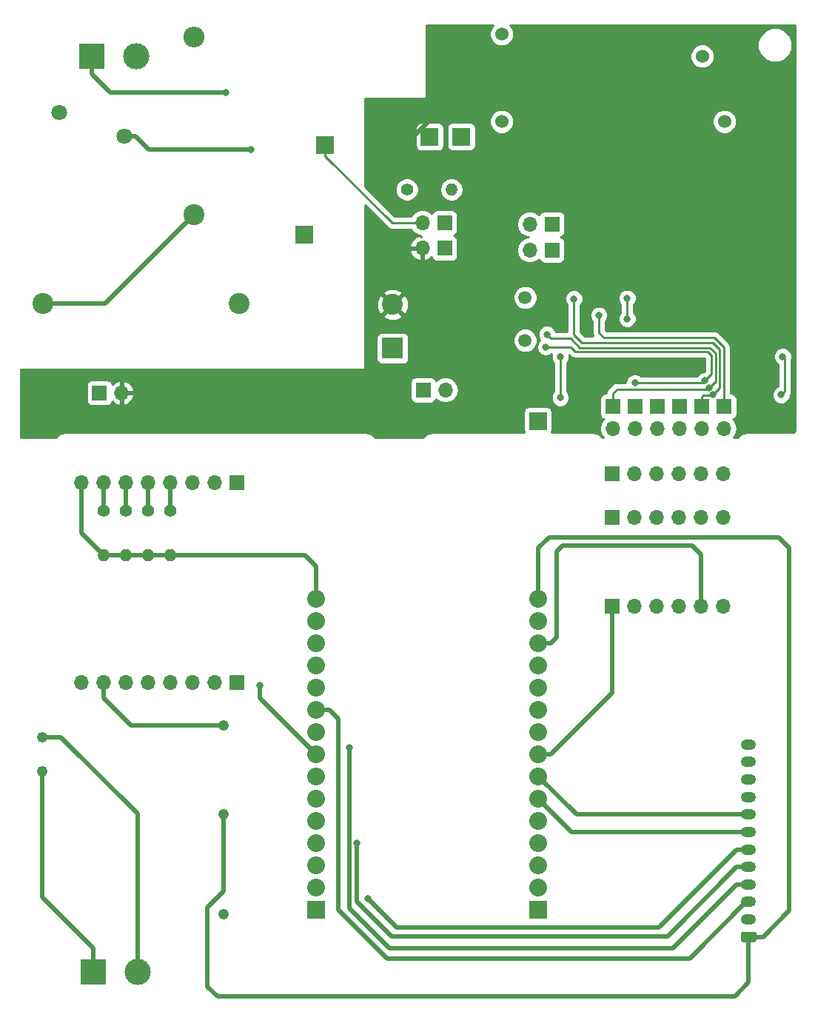
<source format=gbr>
%TF.GenerationSoftware,KiCad,Pcbnew,5.0.2-bee76a0~70~ubuntu18.04.1*%
%TF.CreationDate,2019-03-28T19:33:59+07:00*%
%TF.ProjectId,Layer1,4c617965-7231-42e6-9b69-6361645f7063,rev?*%
%TF.SameCoordinates,PXc65d40PYc65d40*%
%TF.FileFunction,Copper,L2,Bot*%
%TF.FilePolarity,Positive*%
%FSLAX46Y46*%
G04 Gerber Fmt 4.6, Leading zero omitted, Abs format (unit mm)*
G04 Created by KiCad (PCBNEW 5.0.2-bee76a0~70~ubuntu18.04.1) date Thu 28 Mar 2019 07:33:59 PM +07*
%MOMM*%
%LPD*%
G01*
G04 APERTURE LIST*
%ADD10R,1.700000X1.700000*%
%ADD11O,1.700000X1.700000*%
%ADD12R,2.000000X2.000000*%
%ADD13C,2.400000*%
%ADD14O,2.400000X2.400000*%
%ADD15C,1.524000*%
%ADD16R,2.032000X2.032000*%
%ADD17O,2.032000X2.032000*%
%ADD18C,1.210000*%
%ADD19R,2.400000X2.400000*%
%ADD20R,3.000000X3.000000*%
%ADD21C,3.000000*%
%ADD22O,1.400000X1.400000*%
%ADD23C,1.400000*%
%ADD24O,1.750000X1.200000*%
%ADD25C,0.100000*%
%ADD26C,1.200000*%
%ADD27C,1.800000*%
%ADD28C,1.500000*%
%ADD29C,0.800000*%
%ADD30C,0.254000*%
%ADD31C,0.508000*%
G04 APERTURE END LIST*
D10*
X76080000Y-44327000D03*
D11*
X76080000Y-46867000D03*
D10*
X73540000Y-44327000D03*
D11*
X73540000Y-46867000D03*
X68460000Y-46867000D03*
D10*
X68460000Y-44327000D03*
X81160000Y-44327000D03*
D11*
X81160000Y-46867000D03*
X71000000Y-46867000D03*
D10*
X71000000Y-44327000D03*
X78620000Y-44327000D03*
D11*
X78620000Y-46867000D03*
X46664600Y-26243000D03*
D10*
X49204600Y-26243000D03*
X61485500Y-23487100D03*
D11*
X58945500Y-23487100D03*
X58945500Y-26446200D03*
D10*
X61485500Y-26446200D03*
X49204600Y-23322000D03*
D11*
X46664600Y-23322000D03*
X12268200Y-42773600D03*
D10*
X9728200Y-42773600D03*
D11*
X49306200Y-42448200D03*
D10*
X46766200Y-42448200D03*
D12*
X59874800Y-45978000D03*
D13*
X20574000Y-22352000D03*
D14*
X20574000Y-2032000D03*
D10*
X68407000Y-52000000D03*
D11*
X70947000Y-52000000D03*
X73487000Y-52000000D03*
X76027000Y-52000000D03*
X78567000Y-52000000D03*
X81107000Y-52000000D03*
D15*
X55733200Y-11734400D03*
X55733200Y-1734400D03*
X81233200Y-11734400D03*
X78693200Y-4274400D03*
D16*
X59944000Y-101902000D03*
D17*
X59944000Y-99362000D03*
X59944000Y-96822000D03*
X59944000Y-94282000D03*
X59944000Y-91742000D03*
X59944000Y-89202000D03*
X59944000Y-86662000D03*
X59944000Y-84122000D03*
X59944000Y-81582000D03*
X59944000Y-79042000D03*
X59944000Y-76502000D03*
X59944000Y-73962000D03*
X59944000Y-71422000D03*
X59944000Y-68882000D03*
X59944000Y-66342000D03*
X34544000Y-89202000D03*
X34544000Y-99362000D03*
X34544000Y-86662000D03*
X34544000Y-71422000D03*
X34544000Y-96822000D03*
D16*
X34544000Y-101902000D03*
D17*
X34544000Y-68882000D03*
X34544000Y-84122000D03*
X34544000Y-73962000D03*
X34544000Y-81582000D03*
X34544000Y-76502000D03*
X34544000Y-79042000D03*
X34544000Y-94282000D03*
X34544000Y-66342000D03*
X34544000Y-91742000D03*
D18*
X3210000Y-86030000D03*
X3210000Y-82130000D03*
X23970000Y-102430000D03*
X23970000Y-91000000D03*
X23970000Y-80840000D03*
D19*
X43261000Y-37673000D03*
D13*
X43261000Y-32673000D03*
X25735000Y-32529500D03*
X3235000Y-32529500D03*
D20*
X9000000Y-109000000D03*
D21*
X14080000Y-109000000D03*
D22*
X12721500Y-61310500D03*
D23*
X12721500Y-56230500D03*
D22*
X10181500Y-61310500D03*
D23*
X10181500Y-56230500D03*
D22*
X17801500Y-61310500D03*
D23*
X17801500Y-56230500D03*
D22*
X15261500Y-61310500D03*
D23*
X15261500Y-56230500D03*
D22*
X49992000Y-19512000D03*
D23*
X44912000Y-19512000D03*
D21*
X13924000Y-4272000D03*
D20*
X8844000Y-4272000D03*
D24*
X84000000Y-83000000D03*
X84000000Y-85000000D03*
X84000000Y-87000000D03*
X84000000Y-89000000D03*
X84000000Y-91000000D03*
X84000000Y-93000000D03*
X84000000Y-95000000D03*
X84000000Y-97000000D03*
X84000000Y-99000000D03*
X84000000Y-101000000D03*
X84000000Y-103000000D03*
D25*
G36*
X84649505Y-104401204D02*
X84673773Y-104404804D01*
X84697572Y-104410765D01*
X84720671Y-104419030D01*
X84742850Y-104429520D01*
X84763893Y-104442132D01*
X84783599Y-104456747D01*
X84801777Y-104473223D01*
X84818253Y-104491401D01*
X84832868Y-104511107D01*
X84845480Y-104532150D01*
X84855970Y-104554329D01*
X84864235Y-104577428D01*
X84870196Y-104601227D01*
X84873796Y-104625495D01*
X84875000Y-104649999D01*
X84875000Y-105350001D01*
X84873796Y-105374505D01*
X84870196Y-105398773D01*
X84864235Y-105422572D01*
X84855970Y-105445671D01*
X84845480Y-105467850D01*
X84832868Y-105488893D01*
X84818253Y-105508599D01*
X84801777Y-105526777D01*
X84783599Y-105543253D01*
X84763893Y-105557868D01*
X84742850Y-105570480D01*
X84720671Y-105580970D01*
X84697572Y-105589235D01*
X84673773Y-105595196D01*
X84649505Y-105598796D01*
X84625001Y-105600000D01*
X83374999Y-105600000D01*
X83350495Y-105598796D01*
X83326227Y-105595196D01*
X83302428Y-105589235D01*
X83279329Y-105580970D01*
X83257150Y-105570480D01*
X83236107Y-105557868D01*
X83216401Y-105543253D01*
X83198223Y-105526777D01*
X83181747Y-105508599D01*
X83167132Y-105488893D01*
X83154520Y-105467850D01*
X83144030Y-105445671D01*
X83135765Y-105422572D01*
X83129804Y-105398773D01*
X83126204Y-105374505D01*
X83125000Y-105350001D01*
X83125000Y-104649999D01*
X83126204Y-104625495D01*
X83129804Y-104601227D01*
X83135765Y-104577428D01*
X83144030Y-104554329D01*
X83154520Y-104532150D01*
X83167132Y-104511107D01*
X83181747Y-104491401D01*
X83198223Y-104473223D01*
X83216401Y-104456747D01*
X83236107Y-104442132D01*
X83257150Y-104429520D01*
X83279329Y-104419030D01*
X83302428Y-104410765D01*
X83326227Y-104404804D01*
X83350495Y-104401204D01*
X83374999Y-104400000D01*
X84625001Y-104400000D01*
X84649505Y-104401204D01*
X84649505Y-104401204D01*
G37*
D26*
X84000000Y-105000000D03*
D27*
X12597500Y-13385500D03*
X5097500Y-10685500D03*
D12*
X35564800Y-14432000D03*
X33126400Y-24693600D03*
X51117500Y-13462000D03*
X47503000Y-13480000D03*
D10*
X68407000Y-67160000D03*
D11*
X70947000Y-67160000D03*
X73487000Y-67160000D03*
X76027000Y-67160000D03*
X78567000Y-67160000D03*
X81107000Y-67160000D03*
D10*
X68407000Y-57000000D03*
D11*
X76027000Y-57000000D03*
X78567000Y-57000000D03*
X70947000Y-57000000D03*
X73487000Y-57000000D03*
X81107000Y-57000000D03*
X7641500Y-75900500D03*
X22881500Y-75900500D03*
X15261500Y-75900500D03*
X10181500Y-75900500D03*
X12721500Y-75900500D03*
X20341500Y-75900500D03*
X17801500Y-75900500D03*
D10*
X25421500Y-75900500D03*
D11*
X7641500Y-53040500D03*
X10181500Y-53040500D03*
X12721500Y-53040500D03*
X15261500Y-53040500D03*
X17801500Y-53040500D03*
X20341500Y-53040500D03*
X22881500Y-53040500D03*
D10*
X25421500Y-53040500D03*
D28*
X58424800Y-36769100D03*
X58424800Y-31869100D03*
D29*
X70104000Y-34290000D03*
X70104000Y-31937800D03*
X24193500Y-8445500D03*
X38308000Y-83314000D03*
X39197000Y-94236000D03*
X40467000Y-100586000D03*
X62440200Y-38662800D03*
X62440200Y-43336400D03*
X28067000Y-76248000D03*
X42288500Y-16825000D03*
X51308000Y-6286500D03*
X73676200Y-28591200D03*
X66883000Y-31958000D03*
X27055800Y-14934920D03*
X60916200Y-36072000D03*
X79483600Y-42168000D03*
X60763800Y-37545200D03*
X70974600Y-41609200D03*
X78975600Y-41355200D03*
X64008000Y-32004000D03*
X79915400Y-43006200D03*
X87713200Y-43006200D03*
X87884000Y-38608000D03*
X66857600Y-33888400D03*
D30*
X70104000Y-34290000D02*
X70104000Y-31937800D01*
D31*
X8844000Y-6280000D02*
X11009500Y-8445500D01*
X8844000Y-4272000D02*
X8844000Y-6280000D01*
X11009500Y-8445500D02*
X24193500Y-8445500D01*
X24193500Y-8445500D02*
X24193500Y-8445500D01*
X82617000Y-99000000D02*
X75316000Y-106301000D01*
X84000000Y-99000000D02*
X82617000Y-99000000D01*
X75316000Y-106301000D02*
X42880000Y-106301000D01*
X42880000Y-106301000D02*
X38308000Y-101729000D01*
X38308000Y-101729000D02*
X38308000Y-83314000D01*
X77281000Y-107444000D02*
X42626000Y-107444000D01*
X42626000Y-107444000D02*
X37038000Y-101856000D01*
X37038000Y-101856000D02*
X37038000Y-80012000D01*
X36068000Y-79042000D02*
X34544000Y-79042000D01*
X37038000Y-80012000D02*
X36068000Y-79042000D01*
X84000000Y-101000000D02*
X83725000Y-101000000D01*
X83725000Y-101000000D02*
X77281000Y-107444000D01*
X82617000Y-97000000D02*
X74713000Y-104904000D01*
X84000000Y-97000000D02*
X82617000Y-97000000D01*
X74713000Y-104904000D02*
X43134000Y-104904000D01*
X43134000Y-104904000D02*
X39197000Y-100967000D01*
X39197000Y-100967000D02*
X39197000Y-94236000D01*
X39197000Y-94236000D02*
X39197000Y-94236000D01*
X82617000Y-95000000D02*
X73729000Y-103888000D01*
X84000000Y-95000000D02*
X82617000Y-95000000D01*
X73729000Y-103888000D02*
X43769000Y-103888000D01*
X43769000Y-103888000D02*
X40467000Y-100586000D01*
X40467000Y-100586000D02*
X40467000Y-100586000D01*
X63742000Y-93000000D02*
X84000000Y-93000000D01*
X59944000Y-89202000D02*
X63742000Y-93000000D01*
X64282000Y-91000000D02*
X84000000Y-91000000D01*
X59944000Y-86662000D02*
X64282000Y-91000000D01*
D30*
X62440200Y-41050400D02*
X62440200Y-38662800D01*
X62440200Y-38662800D02*
X62440200Y-38662800D01*
X62440200Y-41050400D02*
X62440200Y-43336400D01*
X62440200Y-43336400D02*
X62440200Y-43336400D01*
D31*
X17801500Y-61310500D02*
X15261500Y-61310500D01*
X15261500Y-61310500D02*
X12721500Y-61310500D01*
X12721500Y-61310500D02*
X10181500Y-61310500D01*
X7641500Y-58770500D02*
X7641500Y-53040500D01*
X10181500Y-61310500D02*
X7641500Y-58770500D01*
X17801500Y-61310500D02*
X33209500Y-61310500D01*
X34544000Y-62645000D02*
X33209500Y-61310500D01*
X34544000Y-66342000D02*
X34544000Y-62645000D01*
X17801500Y-56230500D02*
X17801500Y-53040500D01*
X15261500Y-56230500D02*
X15261500Y-53040500D01*
X10181500Y-56230500D02*
X10181500Y-53040500D01*
X28067000Y-77645000D02*
X28067000Y-76248000D01*
X34544000Y-84122000D02*
X28067000Y-77645000D01*
X12721500Y-56230500D02*
X12721500Y-53040500D01*
X23970000Y-80840000D02*
X13355000Y-80840000D01*
X10181500Y-77666500D02*
X10181500Y-75900500D01*
X13355000Y-80840000D02*
X10181500Y-77666500D01*
X9000000Y-106282000D02*
X9000000Y-109000000D01*
X3210000Y-86030000D02*
X3210000Y-100492000D01*
X3210000Y-100492000D02*
X9000000Y-106282000D01*
X14080000Y-109000000D02*
X14080000Y-90915000D01*
X5295000Y-82130000D02*
X14080000Y-90915000D01*
X3210000Y-82130000D02*
X5295000Y-82130000D01*
X10396500Y-32529500D02*
X20574000Y-22352000D01*
X3235000Y-32529500D02*
X10396500Y-32529500D01*
X23970000Y-91000000D02*
X23970000Y-99776000D01*
X23970000Y-99776000D02*
X22098000Y-101648000D01*
X22098000Y-101648000D02*
X22098000Y-110665000D01*
X22098000Y-110665000D02*
X23241000Y-111808000D01*
X23241000Y-111808000D02*
X82423000Y-111808000D01*
X84000000Y-110231000D02*
X84000000Y-105000000D01*
X82423000Y-111808000D02*
X84000000Y-110231000D01*
X59944000Y-66342000D02*
X59944000Y-64905160D01*
X88646000Y-64772000D02*
X88646000Y-60500000D01*
X88646000Y-60500000D02*
X87457000Y-59311000D01*
X87457000Y-59311000D02*
X61168000Y-59311000D01*
X59944000Y-60535000D02*
X59944000Y-64905160D01*
X61168000Y-59311000D02*
X59944000Y-60535000D01*
X85646000Y-105000000D02*
X88646000Y-102000000D01*
X84000000Y-105000000D02*
X85646000Y-105000000D01*
X88646000Y-102000000D02*
X88646000Y-64772000D01*
X68407000Y-68518000D02*
X68407000Y-67160000D01*
X68407000Y-77095840D02*
X68407000Y-68518000D01*
X61380840Y-84122000D02*
X68407000Y-77095840D01*
X59944000Y-84122000D02*
X61380840Y-84122000D01*
X59944000Y-71422000D02*
X61380840Y-71422000D01*
X61380840Y-71422000D02*
X62057000Y-70745840D01*
X62057000Y-70745840D02*
X62057000Y-65788000D01*
X77551000Y-60200000D02*
X62734919Y-60200000D01*
X78567000Y-67160000D02*
X78567000Y-61216000D01*
X78567000Y-61216000D02*
X77551000Y-60200000D01*
X62057000Y-60877919D02*
X62734919Y-60200000D01*
X62057000Y-65788000D02*
X62057000Y-60877919D01*
X51308000Y-7805500D02*
X51308000Y-6286500D01*
X42288500Y-16825000D02*
X51308000Y-7805500D01*
X42854185Y-16825000D02*
X42288500Y-16825000D01*
X62623482Y-16825000D02*
X42854185Y-16825000D01*
X73676200Y-28591200D02*
X73676200Y-27877718D01*
X66883000Y-21084518D02*
X66375000Y-20576518D01*
X66883000Y-31958000D02*
X66883000Y-21084518D01*
X73676200Y-27877718D02*
X66375000Y-20576518D01*
X66375000Y-20576518D02*
X62623482Y-16825000D01*
X13870292Y-13385500D02*
X15419712Y-14934920D01*
X12597500Y-13385500D02*
X13870292Y-13385500D01*
X15419712Y-14934920D02*
X27055800Y-14934920D01*
X27055800Y-14934920D02*
X27055800Y-14934920D01*
D30*
X45462519Y-23322000D02*
X46664600Y-23322000D01*
X43200800Y-23322000D02*
X45462519Y-23322000D01*
X35564800Y-15686000D02*
X43200800Y-23322000D01*
X35564800Y-14432000D02*
X35564800Y-15686000D01*
X61370448Y-36526248D02*
X60916200Y-36072000D01*
X63605648Y-36526248D02*
X61370448Y-36526248D01*
X64675400Y-37596000D02*
X63605648Y-36526248D01*
X79559800Y-37596000D02*
X64675400Y-37596000D01*
X80194800Y-41456800D02*
X80194800Y-38231000D01*
X68460000Y-42828400D02*
X68952199Y-42336201D01*
X79305800Y-42345800D02*
X79483600Y-42168000D01*
X80194800Y-38231000D02*
X79559800Y-37596000D01*
X68952199Y-42336201D02*
X71371401Y-42336201D01*
X68460000Y-44327000D02*
X68460000Y-42828400D01*
X71371401Y-42336201D02*
X71381000Y-42345800D01*
X71381000Y-42345800D02*
X79305800Y-42345800D01*
X79483600Y-42168000D02*
X80194800Y-41456800D01*
X78721600Y-41609200D02*
X78975600Y-41355200D01*
X79277210Y-38050010D02*
X64164210Y-38050010D01*
X64164210Y-38050010D02*
X63659400Y-37545200D01*
X63659400Y-37545200D02*
X60763800Y-37545200D01*
X70974600Y-41609200D02*
X78721600Y-41609200D01*
X79712200Y-40618600D02*
X79712200Y-38485000D01*
X79712200Y-38485000D02*
X79277210Y-38050010D01*
X78975600Y-41355200D02*
X79712200Y-40618600D01*
X64008000Y-36072238D02*
X64008000Y-32004000D01*
X64947562Y-37011800D02*
X64008000Y-36072238D01*
X78620000Y-44327000D02*
X78620000Y-43223000D01*
X79915400Y-37011800D02*
X64947562Y-37011800D01*
X78620000Y-43223000D02*
X78760600Y-43082400D01*
X79839200Y-43082400D02*
X79915400Y-43006200D01*
X80677400Y-42244200D02*
X80677400Y-37773800D01*
X78760600Y-43082400D02*
X79839200Y-43082400D01*
X80677400Y-37773800D02*
X79915400Y-37011800D01*
X79915400Y-43006200D02*
X80677400Y-42244200D01*
X88113199Y-42606201D02*
X88113199Y-38859599D01*
X87713200Y-43006200D02*
X88113199Y-42606201D01*
X88113199Y-38859599D02*
X87891000Y-38637400D01*
X80067800Y-36478400D02*
X81160000Y-37570600D01*
X81160000Y-37570600D02*
X81160000Y-44327000D01*
X67418600Y-36478400D02*
X80067800Y-36478400D01*
X66857600Y-35917400D02*
X67418600Y-36478400D01*
X66857600Y-33888400D02*
X66857600Y-35917400D01*
G36*
X54548880Y-943063D02*
X54336200Y-1456519D01*
X54336200Y-2012281D01*
X54548880Y-2525737D01*
X54941863Y-2918720D01*
X55455319Y-3131400D01*
X56011081Y-3131400D01*
X56524537Y-2918720D01*
X56838098Y-2605159D01*
X85015000Y-2605159D01*
X85015000Y-3394841D01*
X85317199Y-4124412D01*
X85875588Y-4682801D01*
X86605159Y-4985000D01*
X87394841Y-4985000D01*
X88124412Y-4682801D01*
X88682801Y-4124412D01*
X88985000Y-3394841D01*
X88985000Y-2605159D01*
X88682801Y-1875588D01*
X88124412Y-1317199D01*
X87394841Y-1015000D01*
X86605159Y-1015000D01*
X85875588Y-1317199D01*
X85317199Y-1875588D01*
X85015000Y-2605159D01*
X56838098Y-2605159D01*
X56917520Y-2525737D01*
X57130200Y-2012281D01*
X57130200Y-1456519D01*
X56917520Y-943063D01*
X56684457Y-710000D01*
X89290000Y-710000D01*
X89290001Y-46930065D01*
X89255074Y-47105655D01*
X89195225Y-47195226D01*
X89105655Y-47255074D01*
X88930070Y-47290000D01*
X83930074Y-47290000D01*
X83861491Y-47303642D01*
X83861486Y-47303642D01*
X83478804Y-47379762D01*
X83406632Y-47409657D01*
X83222862Y-47485777D01*
X82898438Y-47702549D01*
X82755367Y-47845621D01*
X82727988Y-47873000D01*
X82273806Y-47873000D01*
X82558839Y-47446418D01*
X82674092Y-46867000D01*
X82558839Y-46287582D01*
X82230625Y-45796375D01*
X82212381Y-45784184D01*
X82257765Y-45775157D01*
X82467809Y-45634809D01*
X82608157Y-45424765D01*
X82657440Y-45177000D01*
X82657440Y-43477000D01*
X82608157Y-43229235D01*
X82467809Y-43019191D01*
X82257765Y-42878843D01*
X82010000Y-42829560D01*
X81922000Y-42829560D01*
X81922000Y-42800326D01*
X86678200Y-42800326D01*
X86678200Y-43212074D01*
X86835769Y-43592480D01*
X87126920Y-43883631D01*
X87507326Y-44041200D01*
X87919074Y-44041200D01*
X88299480Y-43883631D01*
X88590631Y-43592480D01*
X88748200Y-43212074D01*
X88748200Y-43027418D01*
X88830987Y-42903518D01*
X88875199Y-42681249D01*
X88875199Y-42681245D01*
X88890126Y-42606202D01*
X88875199Y-42531159D01*
X88875199Y-38934646D01*
X88880950Y-38905736D01*
X88919000Y-38813874D01*
X88919000Y-38402126D01*
X88761431Y-38021720D01*
X88470280Y-37730569D01*
X88089874Y-37573000D01*
X87678126Y-37573000D01*
X87297720Y-37730569D01*
X87006569Y-38021720D01*
X86849000Y-38402126D01*
X86849000Y-38813874D01*
X87006569Y-39194280D01*
X87297720Y-39485431D01*
X87351200Y-39507583D01*
X87351199Y-42035870D01*
X87126920Y-42128769D01*
X86835769Y-42419920D01*
X86678200Y-42800326D01*
X81922000Y-42800326D01*
X81922000Y-37645642D01*
X81936927Y-37570599D01*
X81922000Y-37495556D01*
X81922000Y-37495552D01*
X81877788Y-37273283D01*
X81709371Y-37021229D01*
X81645750Y-36978719D01*
X80659683Y-35992653D01*
X80617171Y-35929029D01*
X80365117Y-35760612D01*
X80142848Y-35716400D01*
X80142843Y-35716400D01*
X80067800Y-35701473D01*
X79992757Y-35716400D01*
X67734231Y-35716400D01*
X67619600Y-35601770D01*
X67619600Y-34590111D01*
X67735031Y-34474680D01*
X67892600Y-34094274D01*
X67892600Y-33682526D01*
X67735031Y-33302120D01*
X67443880Y-33010969D01*
X67063474Y-32853400D01*
X66651726Y-32853400D01*
X66271320Y-33010969D01*
X65980169Y-33302120D01*
X65822600Y-33682526D01*
X65822600Y-34094274D01*
X65980169Y-34474680D01*
X66095600Y-34590111D01*
X66095601Y-35842352D01*
X66080673Y-35917400D01*
X66139813Y-36214717D01*
X66163255Y-36249800D01*
X65263193Y-36249800D01*
X64770000Y-35756608D01*
X64770000Y-32705711D01*
X64885431Y-32590280D01*
X65043000Y-32209874D01*
X65043000Y-31798126D01*
X65015580Y-31731926D01*
X69069000Y-31731926D01*
X69069000Y-32143674D01*
X69226569Y-32524080D01*
X69342001Y-32639512D01*
X69342000Y-33588289D01*
X69226569Y-33703720D01*
X69069000Y-34084126D01*
X69069000Y-34495874D01*
X69226569Y-34876280D01*
X69517720Y-35167431D01*
X69898126Y-35325000D01*
X70309874Y-35325000D01*
X70690280Y-35167431D01*
X70981431Y-34876280D01*
X71139000Y-34495874D01*
X71139000Y-34084126D01*
X70981431Y-33703720D01*
X70866000Y-33588289D01*
X70866000Y-32639511D01*
X70981431Y-32524080D01*
X71139000Y-32143674D01*
X71139000Y-31731926D01*
X70981431Y-31351520D01*
X70690280Y-31060369D01*
X70309874Y-30902800D01*
X69898126Y-30902800D01*
X69517720Y-31060369D01*
X69226569Y-31351520D01*
X69069000Y-31731926D01*
X65015580Y-31731926D01*
X64885431Y-31417720D01*
X64594280Y-31126569D01*
X64213874Y-30969000D01*
X63802126Y-30969000D01*
X63421720Y-31126569D01*
X63130569Y-31417720D01*
X62973000Y-31798126D01*
X62973000Y-32209874D01*
X63130569Y-32590280D01*
X63246001Y-32705712D01*
X63246000Y-35764248D01*
X61909001Y-35764248D01*
X61793631Y-35485720D01*
X61502480Y-35194569D01*
X61122074Y-35037000D01*
X60710326Y-35037000D01*
X60329920Y-35194569D01*
X60038769Y-35485720D01*
X59881200Y-35866126D01*
X59881200Y-36277874D01*
X60038769Y-36658280D01*
X60112889Y-36732400D01*
X59886369Y-36958920D01*
X59728800Y-37339326D01*
X59728800Y-37751074D01*
X59886369Y-38131480D01*
X60177520Y-38422631D01*
X60557926Y-38580200D01*
X60969674Y-38580200D01*
X61350080Y-38422631D01*
X61465511Y-38307200D01*
X61467218Y-38307200D01*
X61405200Y-38456926D01*
X61405200Y-38868674D01*
X61562769Y-39249080D01*
X61678201Y-39364512D01*
X61678200Y-40975352D01*
X61678200Y-40975353D01*
X61678201Y-42634688D01*
X61562769Y-42750120D01*
X61405200Y-43130526D01*
X61405200Y-43542274D01*
X61562769Y-43922680D01*
X61853920Y-44213831D01*
X62234326Y-44371400D01*
X62646074Y-44371400D01*
X63026480Y-44213831D01*
X63317631Y-43922680D01*
X63475200Y-43542274D01*
X63475200Y-43130526D01*
X63317631Y-42750120D01*
X63202200Y-42634689D01*
X63202200Y-39364511D01*
X63317631Y-39249080D01*
X63475200Y-38868674D01*
X63475200Y-38456926D01*
X63462263Y-38425694D01*
X63572327Y-38535758D01*
X63614839Y-38599381D01*
X63678461Y-38641892D01*
X63866891Y-38767797D01*
X63866892Y-38767797D01*
X63866893Y-38767798D01*
X64089162Y-38812010D01*
X64089166Y-38812010D01*
X64164209Y-38826937D01*
X64239252Y-38812010D01*
X78950201Y-38812010D01*
X78950200Y-40302969D01*
X78932969Y-40320200D01*
X78769726Y-40320200D01*
X78389320Y-40477769D01*
X78098169Y-40768920D01*
X78065744Y-40847200D01*
X71676311Y-40847200D01*
X71560880Y-40731769D01*
X71180474Y-40574200D01*
X70768726Y-40574200D01*
X70388320Y-40731769D01*
X70097169Y-41022920D01*
X69939600Y-41403326D01*
X69939600Y-41574201D01*
X69027246Y-41574201D01*
X68952199Y-41559273D01*
X68877152Y-41574201D01*
X68877151Y-41574201D01*
X68654882Y-41618413D01*
X68402828Y-41786830D01*
X68360317Y-41850452D01*
X67974251Y-42236519D01*
X67910630Y-42279029D01*
X67868119Y-42342651D01*
X67868118Y-42342652D01*
X67742213Y-42531083D01*
X67683073Y-42828400D01*
X67683304Y-42829560D01*
X67610000Y-42829560D01*
X67362235Y-42878843D01*
X67152191Y-43019191D01*
X67011843Y-43229235D01*
X66962560Y-43477000D01*
X66962560Y-45177000D01*
X67011843Y-45424765D01*
X67152191Y-45634809D01*
X67362235Y-45775157D01*
X67407619Y-45784184D01*
X67389375Y-45796375D01*
X67061161Y-46287582D01*
X66945908Y-46867000D01*
X67061161Y-47446418D01*
X67346194Y-47873000D01*
X67272013Y-47873000D01*
X67101562Y-47702550D01*
X67101561Y-47702549D01*
X66777138Y-47485776D01*
X66593368Y-47409657D01*
X66521196Y-47379762D01*
X66138513Y-47303642D01*
X66138509Y-47303642D01*
X66069926Y-47290000D01*
X61430036Y-47290000D01*
X61472957Y-47225765D01*
X61522240Y-46978000D01*
X61522240Y-44978000D01*
X61472957Y-44730235D01*
X61332609Y-44520191D01*
X61122565Y-44379843D01*
X60874800Y-44330560D01*
X58874800Y-44330560D01*
X58627035Y-44379843D01*
X58416991Y-44520191D01*
X58276643Y-44730235D01*
X58227360Y-44978000D01*
X58227360Y-46978000D01*
X58276643Y-47225765D01*
X58319564Y-47290000D01*
X47930074Y-47290000D01*
X47861491Y-47303642D01*
X47861486Y-47303642D01*
X47478804Y-47379762D01*
X47406632Y-47409657D01*
X47222862Y-47485777D01*
X46898438Y-47702549D01*
X46755367Y-47845621D01*
X46727988Y-47873000D01*
X41272013Y-47873000D01*
X41101562Y-47702550D01*
X41101561Y-47702549D01*
X40777138Y-47485776D01*
X40593368Y-47409657D01*
X40521196Y-47379762D01*
X40138513Y-47303642D01*
X40138509Y-47303642D01*
X40069926Y-47290000D01*
X5930074Y-47290000D01*
X5861491Y-47303642D01*
X5861486Y-47303642D01*
X5478804Y-47379762D01*
X5406632Y-47409657D01*
X5222862Y-47485777D01*
X4898438Y-47702549D01*
X4755367Y-47845621D01*
X4727988Y-47873000D01*
X710000Y-47873000D01*
X710000Y-41923600D01*
X8230760Y-41923600D01*
X8230760Y-43623600D01*
X8280043Y-43871365D01*
X8420391Y-44081409D01*
X8630435Y-44221757D01*
X8878200Y-44271040D01*
X10578200Y-44271040D01*
X10825965Y-44221757D01*
X11036009Y-44081409D01*
X11176357Y-43871365D01*
X11196939Y-43767892D01*
X11501276Y-44045245D01*
X11911310Y-44215076D01*
X12141200Y-44093755D01*
X12141200Y-42900600D01*
X12395200Y-42900600D01*
X12395200Y-44093755D01*
X12625090Y-44215076D01*
X13035124Y-44045245D01*
X13463383Y-43654958D01*
X13709686Y-43130492D01*
X13589019Y-42900600D01*
X12395200Y-42900600D01*
X12141200Y-42900600D01*
X12121200Y-42900600D01*
X12121200Y-42646600D01*
X12141200Y-42646600D01*
X12141200Y-41453445D01*
X12395200Y-41453445D01*
X12395200Y-42646600D01*
X13589019Y-42646600D01*
X13709686Y-42416708D01*
X13463383Y-41892242D01*
X13140733Y-41598200D01*
X45268760Y-41598200D01*
X45268760Y-43298200D01*
X45318043Y-43545965D01*
X45458391Y-43756009D01*
X45668435Y-43896357D01*
X45916200Y-43945640D01*
X47616200Y-43945640D01*
X47863965Y-43896357D01*
X48074009Y-43756009D01*
X48214357Y-43545965D01*
X48223384Y-43500581D01*
X48235575Y-43518825D01*
X48726782Y-43847039D01*
X49159944Y-43933200D01*
X49452456Y-43933200D01*
X49885618Y-43847039D01*
X50376825Y-43518825D01*
X50705039Y-43027618D01*
X50820292Y-42448200D01*
X50705039Y-41868782D01*
X50376825Y-41377575D01*
X49885618Y-41049361D01*
X49452456Y-40963200D01*
X49159944Y-40963200D01*
X48726782Y-41049361D01*
X48235575Y-41377575D01*
X48223384Y-41395819D01*
X48214357Y-41350435D01*
X48074009Y-41140391D01*
X47863965Y-41000043D01*
X47616200Y-40950760D01*
X45916200Y-40950760D01*
X45668435Y-41000043D01*
X45458391Y-41140391D01*
X45318043Y-41350435D01*
X45268760Y-41598200D01*
X13140733Y-41598200D01*
X13035124Y-41501955D01*
X12625090Y-41332124D01*
X12395200Y-41453445D01*
X12141200Y-41453445D01*
X11911310Y-41332124D01*
X11501276Y-41501955D01*
X11196939Y-41779308D01*
X11176357Y-41675835D01*
X11036009Y-41465791D01*
X10825965Y-41325443D01*
X10578200Y-41276160D01*
X8878200Y-41276160D01*
X8630435Y-41325443D01*
X8420391Y-41465791D01*
X8280043Y-41675835D01*
X8230760Y-41923600D01*
X710000Y-41923600D01*
X710000Y-40127000D01*
X40000000Y-40127000D01*
X40048601Y-40117333D01*
X40089803Y-40089803D01*
X40117333Y-40048601D01*
X40127000Y-40000000D01*
X40127000Y-36473000D01*
X41413560Y-36473000D01*
X41413560Y-38873000D01*
X41462843Y-39120765D01*
X41603191Y-39330809D01*
X41813235Y-39471157D01*
X42061000Y-39520440D01*
X44461000Y-39520440D01*
X44708765Y-39471157D01*
X44918809Y-39330809D01*
X45059157Y-39120765D01*
X45108440Y-38873000D01*
X45108440Y-36493606D01*
X57039800Y-36493606D01*
X57039800Y-37044594D01*
X57250653Y-37553640D01*
X57640260Y-37943247D01*
X58149306Y-38154100D01*
X58700294Y-38154100D01*
X59209340Y-37943247D01*
X59598947Y-37553640D01*
X59809800Y-37044594D01*
X59809800Y-36493606D01*
X59598947Y-35984560D01*
X59209340Y-35594953D01*
X58700294Y-35384100D01*
X58149306Y-35384100D01*
X57640260Y-35594953D01*
X57250653Y-35984560D01*
X57039800Y-36493606D01*
X45108440Y-36493606D01*
X45108440Y-36473000D01*
X45059157Y-36225235D01*
X44918809Y-36015191D01*
X44708765Y-35874843D01*
X44461000Y-35825560D01*
X42061000Y-35825560D01*
X41813235Y-35874843D01*
X41603191Y-36015191D01*
X41462843Y-36225235D01*
X41413560Y-36473000D01*
X40127000Y-36473000D01*
X40127000Y-33970175D01*
X42143430Y-33970175D01*
X42266565Y-34257788D01*
X42948734Y-34517707D01*
X43678443Y-34496786D01*
X44255435Y-34257788D01*
X44378570Y-33970175D01*
X43261000Y-32852605D01*
X42143430Y-33970175D01*
X40127000Y-33970175D01*
X40127000Y-32360734D01*
X41416293Y-32360734D01*
X41437214Y-33090443D01*
X41676212Y-33667435D01*
X41963825Y-33790570D01*
X43081395Y-32673000D01*
X43440605Y-32673000D01*
X44558175Y-33790570D01*
X44845788Y-33667435D01*
X45105707Y-32985266D01*
X45084786Y-32255557D01*
X44845788Y-31678565D01*
X44647345Y-31593606D01*
X57039800Y-31593606D01*
X57039800Y-32144594D01*
X57250653Y-32653640D01*
X57640260Y-33043247D01*
X58149306Y-33254100D01*
X58700294Y-33254100D01*
X59209340Y-33043247D01*
X59598947Y-32653640D01*
X59809800Y-32144594D01*
X59809800Y-31593606D01*
X59598947Y-31084560D01*
X59209340Y-30694953D01*
X58700294Y-30484100D01*
X58149306Y-30484100D01*
X57640260Y-30694953D01*
X57250653Y-31084560D01*
X57039800Y-31593606D01*
X44647345Y-31593606D01*
X44558175Y-31555430D01*
X43440605Y-32673000D01*
X43081395Y-32673000D01*
X41963825Y-31555430D01*
X41676212Y-31678565D01*
X41416293Y-32360734D01*
X40127000Y-32360734D01*
X40127000Y-31375825D01*
X42143430Y-31375825D01*
X43261000Y-32493395D01*
X44378570Y-31375825D01*
X44255435Y-31088212D01*
X43573266Y-30828293D01*
X42843557Y-30849214D01*
X42266565Y-31088212D01*
X42143430Y-31375825D01*
X40127000Y-31375825D01*
X40127000Y-26599892D01*
X45223114Y-26599892D01*
X45469417Y-27124358D01*
X45897676Y-27514645D01*
X46307710Y-27684476D01*
X46537600Y-27563155D01*
X46537600Y-26370000D01*
X45343781Y-26370000D01*
X45223114Y-26599892D01*
X40127000Y-26599892D01*
X40127000Y-21325831D01*
X42608918Y-23807749D01*
X42651429Y-23871371D01*
X42903483Y-24039788D01*
X43125752Y-24084000D01*
X43125753Y-24084000D01*
X43200800Y-24098928D01*
X43275847Y-24084000D01*
X45387758Y-24084000D01*
X45593975Y-24392625D01*
X46085182Y-24720839D01*
X46518344Y-24807000D01*
X46537598Y-24807000D01*
X46537598Y-24922844D01*
X46307710Y-24801524D01*
X45897676Y-24971355D01*
X45469417Y-25361642D01*
X45223114Y-25886108D01*
X45343781Y-26116000D01*
X46537600Y-26116000D01*
X46537600Y-26096000D01*
X46791600Y-26096000D01*
X46791600Y-26116000D01*
X46811600Y-26116000D01*
X46811600Y-26370000D01*
X46791600Y-26370000D01*
X46791600Y-27563155D01*
X47021490Y-27684476D01*
X47431524Y-27514645D01*
X47735861Y-27237292D01*
X47756443Y-27340765D01*
X47896791Y-27550809D01*
X48106835Y-27691157D01*
X48354600Y-27740440D01*
X50054600Y-27740440D01*
X50302365Y-27691157D01*
X50512409Y-27550809D01*
X50652757Y-27340765D01*
X50702040Y-27093000D01*
X50702040Y-25393000D01*
X50652757Y-25145235D01*
X50512409Y-24935191D01*
X50302365Y-24794843D01*
X50240312Y-24782500D01*
X50302365Y-24770157D01*
X50512409Y-24629809D01*
X50652757Y-24419765D01*
X50702040Y-24172000D01*
X50702040Y-23487100D01*
X57431408Y-23487100D01*
X57546661Y-24066518D01*
X57874875Y-24557725D01*
X58366082Y-24885939D01*
X58771845Y-24966650D01*
X58366082Y-25047361D01*
X57874875Y-25375575D01*
X57546661Y-25866782D01*
X57431408Y-26446200D01*
X57546661Y-27025618D01*
X57874875Y-27516825D01*
X58366082Y-27845039D01*
X58799244Y-27931200D01*
X59091756Y-27931200D01*
X59524918Y-27845039D01*
X60016125Y-27516825D01*
X60028316Y-27498581D01*
X60037343Y-27543965D01*
X60177691Y-27754009D01*
X60387735Y-27894357D01*
X60635500Y-27943640D01*
X62335500Y-27943640D01*
X62583265Y-27894357D01*
X62793309Y-27754009D01*
X62933657Y-27543965D01*
X62982940Y-27296200D01*
X62982940Y-25596200D01*
X62933657Y-25348435D01*
X62793309Y-25138391D01*
X62583265Y-24998043D01*
X62425440Y-24966650D01*
X62583265Y-24935257D01*
X62793309Y-24794909D01*
X62933657Y-24584865D01*
X62982940Y-24337100D01*
X62982940Y-22637100D01*
X62933657Y-22389335D01*
X62793309Y-22179291D01*
X62583265Y-22038943D01*
X62335500Y-21989660D01*
X60635500Y-21989660D01*
X60387735Y-22038943D01*
X60177691Y-22179291D01*
X60037343Y-22389335D01*
X60028316Y-22434719D01*
X60016125Y-22416475D01*
X59524918Y-22088261D01*
X59091756Y-22002100D01*
X58799244Y-22002100D01*
X58366082Y-22088261D01*
X57874875Y-22416475D01*
X57546661Y-22907682D01*
X57431408Y-23487100D01*
X50702040Y-23487100D01*
X50702040Y-22472000D01*
X50652757Y-22224235D01*
X50512409Y-22014191D01*
X50302365Y-21873843D01*
X50054600Y-21824560D01*
X48354600Y-21824560D01*
X48106835Y-21873843D01*
X47896791Y-22014191D01*
X47756443Y-22224235D01*
X47747416Y-22269619D01*
X47735225Y-22251375D01*
X47244018Y-21923161D01*
X46810856Y-21837000D01*
X46518344Y-21837000D01*
X46085182Y-21923161D01*
X45593975Y-22251375D01*
X45387758Y-22560000D01*
X43516431Y-22560000D01*
X40202883Y-19246452D01*
X43577000Y-19246452D01*
X43577000Y-19777548D01*
X43780242Y-20268217D01*
X44155783Y-20643758D01*
X44646452Y-20847000D01*
X45177548Y-20847000D01*
X45668217Y-20643758D01*
X46043758Y-20268217D01*
X46247000Y-19777548D01*
X46247000Y-19512000D01*
X48630846Y-19512000D01*
X48734458Y-20032891D01*
X49029519Y-20474481D01*
X49471109Y-20769542D01*
X49860515Y-20847000D01*
X50123485Y-20847000D01*
X50512891Y-20769542D01*
X50954481Y-20474481D01*
X51249542Y-20032891D01*
X51353154Y-19512000D01*
X51249542Y-18991109D01*
X50954481Y-18549519D01*
X50512891Y-18254458D01*
X50123485Y-18177000D01*
X49860515Y-18177000D01*
X49471109Y-18254458D01*
X49029519Y-18549519D01*
X48734458Y-18991109D01*
X48630846Y-19512000D01*
X46247000Y-19512000D01*
X46247000Y-19246452D01*
X46043758Y-18755783D01*
X45668217Y-18380242D01*
X45177548Y-18177000D01*
X44646452Y-18177000D01*
X44155783Y-18380242D01*
X43780242Y-18755783D01*
X43577000Y-19246452D01*
X40202883Y-19246452D01*
X40127000Y-19170569D01*
X40127000Y-12480000D01*
X45855560Y-12480000D01*
X45855560Y-14480000D01*
X45904843Y-14727765D01*
X46045191Y-14937809D01*
X46255235Y-15078157D01*
X46503000Y-15127440D01*
X48503000Y-15127440D01*
X48750765Y-15078157D01*
X48960809Y-14937809D01*
X49101157Y-14727765D01*
X49150440Y-14480000D01*
X49150440Y-12480000D01*
X49146860Y-12462000D01*
X49470060Y-12462000D01*
X49470060Y-14462000D01*
X49519343Y-14709765D01*
X49659691Y-14919809D01*
X49869735Y-15060157D01*
X50117500Y-15109440D01*
X52117500Y-15109440D01*
X52365265Y-15060157D01*
X52575309Y-14919809D01*
X52715657Y-14709765D01*
X52764940Y-14462000D01*
X52764940Y-12462000D01*
X52715657Y-12214235D01*
X52575309Y-12004191D01*
X52365265Y-11863843D01*
X52117500Y-11814560D01*
X50117500Y-11814560D01*
X49869735Y-11863843D01*
X49659691Y-12004191D01*
X49519343Y-12214235D01*
X49470060Y-12462000D01*
X49146860Y-12462000D01*
X49101157Y-12232235D01*
X48960809Y-12022191D01*
X48750765Y-11881843D01*
X48503000Y-11832560D01*
X46503000Y-11832560D01*
X46255235Y-11881843D01*
X46045191Y-12022191D01*
X45904843Y-12232235D01*
X45855560Y-12480000D01*
X40127000Y-12480000D01*
X40127000Y-11456519D01*
X54336200Y-11456519D01*
X54336200Y-12012281D01*
X54548880Y-12525737D01*
X54941863Y-12918720D01*
X55455319Y-13131400D01*
X56011081Y-13131400D01*
X56524537Y-12918720D01*
X56917520Y-12525737D01*
X57130200Y-12012281D01*
X57130200Y-11456519D01*
X79836200Y-11456519D01*
X79836200Y-12012281D01*
X80048880Y-12525737D01*
X80441863Y-12918720D01*
X80955319Y-13131400D01*
X81511081Y-13131400D01*
X82024537Y-12918720D01*
X82417520Y-12525737D01*
X82630200Y-12012281D01*
X82630200Y-11456519D01*
X82417520Y-10943063D01*
X82024537Y-10550080D01*
X81511081Y-10337400D01*
X80955319Y-10337400D01*
X80441863Y-10550080D01*
X80048880Y-10943063D01*
X79836200Y-11456519D01*
X57130200Y-11456519D01*
X56917520Y-10943063D01*
X56524537Y-10550080D01*
X56011081Y-10337400D01*
X55455319Y-10337400D01*
X54941863Y-10550080D01*
X54548880Y-10943063D01*
X54336200Y-11456519D01*
X40127000Y-11456519D01*
X40127000Y-9127000D01*
X47000000Y-9127000D01*
X47048601Y-9117333D01*
X47089803Y-9089803D01*
X47117333Y-9048601D01*
X47127000Y-9000000D01*
X47127000Y-3996519D01*
X77296200Y-3996519D01*
X77296200Y-4552281D01*
X77508880Y-5065737D01*
X77901863Y-5458720D01*
X78415319Y-5671400D01*
X78971081Y-5671400D01*
X79484537Y-5458720D01*
X79877520Y-5065737D01*
X80090200Y-4552281D01*
X80090200Y-3996519D01*
X79877520Y-3483063D01*
X79484537Y-3090080D01*
X78971081Y-2877400D01*
X78415319Y-2877400D01*
X77901863Y-3090080D01*
X77508880Y-3483063D01*
X77296200Y-3996519D01*
X47127000Y-3996519D01*
X47127000Y-710000D01*
X54781943Y-710000D01*
X54548880Y-943063D01*
X54548880Y-943063D01*
G37*
X54548880Y-943063D02*
X54336200Y-1456519D01*
X54336200Y-2012281D01*
X54548880Y-2525737D01*
X54941863Y-2918720D01*
X55455319Y-3131400D01*
X56011081Y-3131400D01*
X56524537Y-2918720D01*
X56838098Y-2605159D01*
X85015000Y-2605159D01*
X85015000Y-3394841D01*
X85317199Y-4124412D01*
X85875588Y-4682801D01*
X86605159Y-4985000D01*
X87394841Y-4985000D01*
X88124412Y-4682801D01*
X88682801Y-4124412D01*
X88985000Y-3394841D01*
X88985000Y-2605159D01*
X88682801Y-1875588D01*
X88124412Y-1317199D01*
X87394841Y-1015000D01*
X86605159Y-1015000D01*
X85875588Y-1317199D01*
X85317199Y-1875588D01*
X85015000Y-2605159D01*
X56838098Y-2605159D01*
X56917520Y-2525737D01*
X57130200Y-2012281D01*
X57130200Y-1456519D01*
X56917520Y-943063D01*
X56684457Y-710000D01*
X89290000Y-710000D01*
X89290001Y-46930065D01*
X89255074Y-47105655D01*
X89195225Y-47195226D01*
X89105655Y-47255074D01*
X88930070Y-47290000D01*
X83930074Y-47290000D01*
X83861491Y-47303642D01*
X83861486Y-47303642D01*
X83478804Y-47379762D01*
X83406632Y-47409657D01*
X83222862Y-47485777D01*
X82898438Y-47702549D01*
X82755367Y-47845621D01*
X82727988Y-47873000D01*
X82273806Y-47873000D01*
X82558839Y-47446418D01*
X82674092Y-46867000D01*
X82558839Y-46287582D01*
X82230625Y-45796375D01*
X82212381Y-45784184D01*
X82257765Y-45775157D01*
X82467809Y-45634809D01*
X82608157Y-45424765D01*
X82657440Y-45177000D01*
X82657440Y-43477000D01*
X82608157Y-43229235D01*
X82467809Y-43019191D01*
X82257765Y-42878843D01*
X82010000Y-42829560D01*
X81922000Y-42829560D01*
X81922000Y-42800326D01*
X86678200Y-42800326D01*
X86678200Y-43212074D01*
X86835769Y-43592480D01*
X87126920Y-43883631D01*
X87507326Y-44041200D01*
X87919074Y-44041200D01*
X88299480Y-43883631D01*
X88590631Y-43592480D01*
X88748200Y-43212074D01*
X88748200Y-43027418D01*
X88830987Y-42903518D01*
X88875199Y-42681249D01*
X88875199Y-42681245D01*
X88890126Y-42606202D01*
X88875199Y-42531159D01*
X88875199Y-38934646D01*
X88880950Y-38905736D01*
X88919000Y-38813874D01*
X88919000Y-38402126D01*
X88761431Y-38021720D01*
X88470280Y-37730569D01*
X88089874Y-37573000D01*
X87678126Y-37573000D01*
X87297720Y-37730569D01*
X87006569Y-38021720D01*
X86849000Y-38402126D01*
X86849000Y-38813874D01*
X87006569Y-39194280D01*
X87297720Y-39485431D01*
X87351200Y-39507583D01*
X87351199Y-42035870D01*
X87126920Y-42128769D01*
X86835769Y-42419920D01*
X86678200Y-42800326D01*
X81922000Y-42800326D01*
X81922000Y-37645642D01*
X81936927Y-37570599D01*
X81922000Y-37495556D01*
X81922000Y-37495552D01*
X81877788Y-37273283D01*
X81709371Y-37021229D01*
X81645750Y-36978719D01*
X80659683Y-35992653D01*
X80617171Y-35929029D01*
X80365117Y-35760612D01*
X80142848Y-35716400D01*
X80142843Y-35716400D01*
X80067800Y-35701473D01*
X79992757Y-35716400D01*
X67734231Y-35716400D01*
X67619600Y-35601770D01*
X67619600Y-34590111D01*
X67735031Y-34474680D01*
X67892600Y-34094274D01*
X67892600Y-33682526D01*
X67735031Y-33302120D01*
X67443880Y-33010969D01*
X67063474Y-32853400D01*
X66651726Y-32853400D01*
X66271320Y-33010969D01*
X65980169Y-33302120D01*
X65822600Y-33682526D01*
X65822600Y-34094274D01*
X65980169Y-34474680D01*
X66095600Y-34590111D01*
X66095601Y-35842352D01*
X66080673Y-35917400D01*
X66139813Y-36214717D01*
X66163255Y-36249800D01*
X65263193Y-36249800D01*
X64770000Y-35756608D01*
X64770000Y-32705711D01*
X64885431Y-32590280D01*
X65043000Y-32209874D01*
X65043000Y-31798126D01*
X65015580Y-31731926D01*
X69069000Y-31731926D01*
X69069000Y-32143674D01*
X69226569Y-32524080D01*
X69342001Y-32639512D01*
X69342000Y-33588289D01*
X69226569Y-33703720D01*
X69069000Y-34084126D01*
X69069000Y-34495874D01*
X69226569Y-34876280D01*
X69517720Y-35167431D01*
X69898126Y-35325000D01*
X70309874Y-35325000D01*
X70690280Y-35167431D01*
X70981431Y-34876280D01*
X71139000Y-34495874D01*
X71139000Y-34084126D01*
X70981431Y-33703720D01*
X70866000Y-33588289D01*
X70866000Y-32639511D01*
X70981431Y-32524080D01*
X71139000Y-32143674D01*
X71139000Y-31731926D01*
X70981431Y-31351520D01*
X70690280Y-31060369D01*
X70309874Y-30902800D01*
X69898126Y-30902800D01*
X69517720Y-31060369D01*
X69226569Y-31351520D01*
X69069000Y-31731926D01*
X65015580Y-31731926D01*
X64885431Y-31417720D01*
X64594280Y-31126569D01*
X64213874Y-30969000D01*
X63802126Y-30969000D01*
X63421720Y-31126569D01*
X63130569Y-31417720D01*
X62973000Y-31798126D01*
X62973000Y-32209874D01*
X63130569Y-32590280D01*
X63246001Y-32705712D01*
X63246000Y-35764248D01*
X61909001Y-35764248D01*
X61793631Y-35485720D01*
X61502480Y-35194569D01*
X61122074Y-35037000D01*
X60710326Y-35037000D01*
X60329920Y-35194569D01*
X60038769Y-35485720D01*
X59881200Y-35866126D01*
X59881200Y-36277874D01*
X60038769Y-36658280D01*
X60112889Y-36732400D01*
X59886369Y-36958920D01*
X59728800Y-37339326D01*
X59728800Y-37751074D01*
X59886369Y-38131480D01*
X60177520Y-38422631D01*
X60557926Y-38580200D01*
X60969674Y-38580200D01*
X61350080Y-38422631D01*
X61465511Y-38307200D01*
X61467218Y-38307200D01*
X61405200Y-38456926D01*
X61405200Y-38868674D01*
X61562769Y-39249080D01*
X61678201Y-39364512D01*
X61678200Y-40975352D01*
X61678200Y-40975353D01*
X61678201Y-42634688D01*
X61562769Y-42750120D01*
X61405200Y-43130526D01*
X61405200Y-43542274D01*
X61562769Y-43922680D01*
X61853920Y-44213831D01*
X62234326Y-44371400D01*
X62646074Y-44371400D01*
X63026480Y-44213831D01*
X63317631Y-43922680D01*
X63475200Y-43542274D01*
X63475200Y-43130526D01*
X63317631Y-42750120D01*
X63202200Y-42634689D01*
X63202200Y-39364511D01*
X63317631Y-39249080D01*
X63475200Y-38868674D01*
X63475200Y-38456926D01*
X63462263Y-38425694D01*
X63572327Y-38535758D01*
X63614839Y-38599381D01*
X63678461Y-38641892D01*
X63866891Y-38767797D01*
X63866892Y-38767797D01*
X63866893Y-38767798D01*
X64089162Y-38812010D01*
X64089166Y-38812010D01*
X64164209Y-38826937D01*
X64239252Y-38812010D01*
X78950201Y-38812010D01*
X78950200Y-40302969D01*
X78932969Y-40320200D01*
X78769726Y-40320200D01*
X78389320Y-40477769D01*
X78098169Y-40768920D01*
X78065744Y-40847200D01*
X71676311Y-40847200D01*
X71560880Y-40731769D01*
X71180474Y-40574200D01*
X70768726Y-40574200D01*
X70388320Y-40731769D01*
X70097169Y-41022920D01*
X69939600Y-41403326D01*
X69939600Y-41574201D01*
X69027246Y-41574201D01*
X68952199Y-41559273D01*
X68877152Y-41574201D01*
X68877151Y-41574201D01*
X68654882Y-41618413D01*
X68402828Y-41786830D01*
X68360317Y-41850452D01*
X67974251Y-42236519D01*
X67910630Y-42279029D01*
X67868119Y-42342651D01*
X67868118Y-42342652D01*
X67742213Y-42531083D01*
X67683073Y-42828400D01*
X67683304Y-42829560D01*
X67610000Y-42829560D01*
X67362235Y-42878843D01*
X67152191Y-43019191D01*
X67011843Y-43229235D01*
X66962560Y-43477000D01*
X66962560Y-45177000D01*
X67011843Y-45424765D01*
X67152191Y-45634809D01*
X67362235Y-45775157D01*
X67407619Y-45784184D01*
X67389375Y-45796375D01*
X67061161Y-46287582D01*
X66945908Y-46867000D01*
X67061161Y-47446418D01*
X67346194Y-47873000D01*
X67272013Y-47873000D01*
X67101562Y-47702550D01*
X67101561Y-47702549D01*
X66777138Y-47485776D01*
X66593368Y-47409657D01*
X66521196Y-47379762D01*
X66138513Y-47303642D01*
X66138509Y-47303642D01*
X66069926Y-47290000D01*
X61430036Y-47290000D01*
X61472957Y-47225765D01*
X61522240Y-46978000D01*
X61522240Y-44978000D01*
X61472957Y-44730235D01*
X61332609Y-44520191D01*
X61122565Y-44379843D01*
X60874800Y-44330560D01*
X58874800Y-44330560D01*
X58627035Y-44379843D01*
X58416991Y-44520191D01*
X58276643Y-44730235D01*
X58227360Y-44978000D01*
X58227360Y-46978000D01*
X58276643Y-47225765D01*
X58319564Y-47290000D01*
X47930074Y-47290000D01*
X47861491Y-47303642D01*
X47861486Y-47303642D01*
X47478804Y-47379762D01*
X47406632Y-47409657D01*
X47222862Y-47485777D01*
X46898438Y-47702549D01*
X46755367Y-47845621D01*
X46727988Y-47873000D01*
X41272013Y-47873000D01*
X41101562Y-47702550D01*
X41101561Y-47702549D01*
X40777138Y-47485776D01*
X40593368Y-47409657D01*
X40521196Y-47379762D01*
X40138513Y-47303642D01*
X40138509Y-47303642D01*
X40069926Y-47290000D01*
X5930074Y-47290000D01*
X5861491Y-47303642D01*
X5861486Y-47303642D01*
X5478804Y-47379762D01*
X5406632Y-47409657D01*
X5222862Y-47485777D01*
X4898438Y-47702549D01*
X4755367Y-47845621D01*
X4727988Y-47873000D01*
X710000Y-47873000D01*
X710000Y-41923600D01*
X8230760Y-41923600D01*
X8230760Y-43623600D01*
X8280043Y-43871365D01*
X8420391Y-44081409D01*
X8630435Y-44221757D01*
X8878200Y-44271040D01*
X10578200Y-44271040D01*
X10825965Y-44221757D01*
X11036009Y-44081409D01*
X11176357Y-43871365D01*
X11196939Y-43767892D01*
X11501276Y-44045245D01*
X11911310Y-44215076D01*
X12141200Y-44093755D01*
X12141200Y-42900600D01*
X12395200Y-42900600D01*
X12395200Y-44093755D01*
X12625090Y-44215076D01*
X13035124Y-44045245D01*
X13463383Y-43654958D01*
X13709686Y-43130492D01*
X13589019Y-42900600D01*
X12395200Y-42900600D01*
X12141200Y-42900600D01*
X12121200Y-42900600D01*
X12121200Y-42646600D01*
X12141200Y-42646600D01*
X12141200Y-41453445D01*
X12395200Y-41453445D01*
X12395200Y-42646600D01*
X13589019Y-42646600D01*
X13709686Y-42416708D01*
X13463383Y-41892242D01*
X13140733Y-41598200D01*
X45268760Y-41598200D01*
X45268760Y-43298200D01*
X45318043Y-43545965D01*
X45458391Y-43756009D01*
X45668435Y-43896357D01*
X45916200Y-43945640D01*
X47616200Y-43945640D01*
X47863965Y-43896357D01*
X48074009Y-43756009D01*
X48214357Y-43545965D01*
X48223384Y-43500581D01*
X48235575Y-43518825D01*
X48726782Y-43847039D01*
X49159944Y-43933200D01*
X49452456Y-43933200D01*
X49885618Y-43847039D01*
X50376825Y-43518825D01*
X50705039Y-43027618D01*
X50820292Y-42448200D01*
X50705039Y-41868782D01*
X50376825Y-41377575D01*
X49885618Y-41049361D01*
X49452456Y-40963200D01*
X49159944Y-40963200D01*
X48726782Y-41049361D01*
X48235575Y-41377575D01*
X48223384Y-41395819D01*
X48214357Y-41350435D01*
X48074009Y-41140391D01*
X47863965Y-41000043D01*
X47616200Y-40950760D01*
X45916200Y-40950760D01*
X45668435Y-41000043D01*
X45458391Y-41140391D01*
X45318043Y-41350435D01*
X45268760Y-41598200D01*
X13140733Y-41598200D01*
X13035124Y-41501955D01*
X12625090Y-41332124D01*
X12395200Y-41453445D01*
X12141200Y-41453445D01*
X11911310Y-41332124D01*
X11501276Y-41501955D01*
X11196939Y-41779308D01*
X11176357Y-41675835D01*
X11036009Y-41465791D01*
X10825965Y-41325443D01*
X10578200Y-41276160D01*
X8878200Y-41276160D01*
X8630435Y-41325443D01*
X8420391Y-41465791D01*
X8280043Y-41675835D01*
X8230760Y-41923600D01*
X710000Y-41923600D01*
X710000Y-40127000D01*
X40000000Y-40127000D01*
X40048601Y-40117333D01*
X40089803Y-40089803D01*
X40117333Y-40048601D01*
X40127000Y-40000000D01*
X40127000Y-36473000D01*
X41413560Y-36473000D01*
X41413560Y-38873000D01*
X41462843Y-39120765D01*
X41603191Y-39330809D01*
X41813235Y-39471157D01*
X42061000Y-39520440D01*
X44461000Y-39520440D01*
X44708765Y-39471157D01*
X44918809Y-39330809D01*
X45059157Y-39120765D01*
X45108440Y-38873000D01*
X45108440Y-36493606D01*
X57039800Y-36493606D01*
X57039800Y-37044594D01*
X57250653Y-37553640D01*
X57640260Y-37943247D01*
X58149306Y-38154100D01*
X58700294Y-38154100D01*
X59209340Y-37943247D01*
X59598947Y-37553640D01*
X59809800Y-37044594D01*
X59809800Y-36493606D01*
X59598947Y-35984560D01*
X59209340Y-35594953D01*
X58700294Y-35384100D01*
X58149306Y-35384100D01*
X57640260Y-35594953D01*
X57250653Y-35984560D01*
X57039800Y-36493606D01*
X45108440Y-36493606D01*
X45108440Y-36473000D01*
X45059157Y-36225235D01*
X44918809Y-36015191D01*
X44708765Y-35874843D01*
X44461000Y-35825560D01*
X42061000Y-35825560D01*
X41813235Y-35874843D01*
X41603191Y-36015191D01*
X41462843Y-36225235D01*
X41413560Y-36473000D01*
X40127000Y-36473000D01*
X40127000Y-33970175D01*
X42143430Y-33970175D01*
X42266565Y-34257788D01*
X42948734Y-34517707D01*
X43678443Y-34496786D01*
X44255435Y-34257788D01*
X44378570Y-33970175D01*
X43261000Y-32852605D01*
X42143430Y-33970175D01*
X40127000Y-33970175D01*
X40127000Y-32360734D01*
X41416293Y-32360734D01*
X41437214Y-33090443D01*
X41676212Y-33667435D01*
X41963825Y-33790570D01*
X43081395Y-32673000D01*
X43440605Y-32673000D01*
X44558175Y-33790570D01*
X44845788Y-33667435D01*
X45105707Y-32985266D01*
X45084786Y-32255557D01*
X44845788Y-31678565D01*
X44647345Y-31593606D01*
X57039800Y-31593606D01*
X57039800Y-32144594D01*
X57250653Y-32653640D01*
X57640260Y-33043247D01*
X58149306Y-33254100D01*
X58700294Y-33254100D01*
X59209340Y-33043247D01*
X59598947Y-32653640D01*
X59809800Y-32144594D01*
X59809800Y-31593606D01*
X59598947Y-31084560D01*
X59209340Y-30694953D01*
X58700294Y-30484100D01*
X58149306Y-30484100D01*
X57640260Y-30694953D01*
X57250653Y-31084560D01*
X57039800Y-31593606D01*
X44647345Y-31593606D01*
X44558175Y-31555430D01*
X43440605Y-32673000D01*
X43081395Y-32673000D01*
X41963825Y-31555430D01*
X41676212Y-31678565D01*
X41416293Y-32360734D01*
X40127000Y-32360734D01*
X40127000Y-31375825D01*
X42143430Y-31375825D01*
X43261000Y-32493395D01*
X44378570Y-31375825D01*
X44255435Y-31088212D01*
X43573266Y-30828293D01*
X42843557Y-30849214D01*
X42266565Y-31088212D01*
X42143430Y-31375825D01*
X40127000Y-31375825D01*
X40127000Y-26599892D01*
X45223114Y-26599892D01*
X45469417Y-27124358D01*
X45897676Y-27514645D01*
X46307710Y-27684476D01*
X46537600Y-27563155D01*
X46537600Y-26370000D01*
X45343781Y-26370000D01*
X45223114Y-26599892D01*
X40127000Y-26599892D01*
X40127000Y-21325831D01*
X42608918Y-23807749D01*
X42651429Y-23871371D01*
X42903483Y-24039788D01*
X43125752Y-24084000D01*
X43125753Y-24084000D01*
X43200800Y-24098928D01*
X43275847Y-24084000D01*
X45387758Y-24084000D01*
X45593975Y-24392625D01*
X46085182Y-24720839D01*
X46518344Y-24807000D01*
X46537598Y-24807000D01*
X46537598Y-24922844D01*
X46307710Y-24801524D01*
X45897676Y-24971355D01*
X45469417Y-25361642D01*
X45223114Y-25886108D01*
X45343781Y-26116000D01*
X46537600Y-26116000D01*
X46537600Y-26096000D01*
X46791600Y-26096000D01*
X46791600Y-26116000D01*
X46811600Y-26116000D01*
X46811600Y-26370000D01*
X46791600Y-26370000D01*
X46791600Y-27563155D01*
X47021490Y-27684476D01*
X47431524Y-27514645D01*
X47735861Y-27237292D01*
X47756443Y-27340765D01*
X47896791Y-27550809D01*
X48106835Y-27691157D01*
X48354600Y-27740440D01*
X50054600Y-27740440D01*
X50302365Y-27691157D01*
X50512409Y-27550809D01*
X50652757Y-27340765D01*
X50702040Y-27093000D01*
X50702040Y-25393000D01*
X50652757Y-25145235D01*
X50512409Y-24935191D01*
X50302365Y-24794843D01*
X50240312Y-24782500D01*
X50302365Y-24770157D01*
X50512409Y-24629809D01*
X50652757Y-24419765D01*
X50702040Y-24172000D01*
X50702040Y-23487100D01*
X57431408Y-23487100D01*
X57546661Y-24066518D01*
X57874875Y-24557725D01*
X58366082Y-24885939D01*
X58771845Y-24966650D01*
X58366082Y-25047361D01*
X57874875Y-25375575D01*
X57546661Y-25866782D01*
X57431408Y-26446200D01*
X57546661Y-27025618D01*
X57874875Y-27516825D01*
X58366082Y-27845039D01*
X58799244Y-27931200D01*
X59091756Y-27931200D01*
X59524918Y-27845039D01*
X60016125Y-27516825D01*
X60028316Y-27498581D01*
X60037343Y-27543965D01*
X60177691Y-27754009D01*
X60387735Y-27894357D01*
X60635500Y-27943640D01*
X62335500Y-27943640D01*
X62583265Y-27894357D01*
X62793309Y-27754009D01*
X62933657Y-27543965D01*
X62982940Y-27296200D01*
X62982940Y-25596200D01*
X62933657Y-25348435D01*
X62793309Y-25138391D01*
X62583265Y-24998043D01*
X62425440Y-24966650D01*
X62583265Y-24935257D01*
X62793309Y-24794909D01*
X62933657Y-24584865D01*
X62982940Y-24337100D01*
X62982940Y-22637100D01*
X62933657Y-22389335D01*
X62793309Y-22179291D01*
X62583265Y-22038943D01*
X62335500Y-21989660D01*
X60635500Y-21989660D01*
X60387735Y-22038943D01*
X60177691Y-22179291D01*
X60037343Y-22389335D01*
X60028316Y-22434719D01*
X60016125Y-22416475D01*
X59524918Y-22088261D01*
X59091756Y-22002100D01*
X58799244Y-22002100D01*
X58366082Y-22088261D01*
X57874875Y-22416475D01*
X57546661Y-22907682D01*
X57431408Y-23487100D01*
X50702040Y-23487100D01*
X50702040Y-22472000D01*
X50652757Y-22224235D01*
X50512409Y-22014191D01*
X50302365Y-21873843D01*
X50054600Y-21824560D01*
X48354600Y-21824560D01*
X48106835Y-21873843D01*
X47896791Y-22014191D01*
X47756443Y-22224235D01*
X47747416Y-22269619D01*
X47735225Y-22251375D01*
X47244018Y-21923161D01*
X46810856Y-21837000D01*
X46518344Y-21837000D01*
X46085182Y-21923161D01*
X45593975Y-22251375D01*
X45387758Y-22560000D01*
X43516431Y-22560000D01*
X40202883Y-19246452D01*
X43577000Y-19246452D01*
X43577000Y-19777548D01*
X43780242Y-20268217D01*
X44155783Y-20643758D01*
X44646452Y-20847000D01*
X45177548Y-20847000D01*
X45668217Y-20643758D01*
X46043758Y-20268217D01*
X46247000Y-19777548D01*
X46247000Y-19512000D01*
X48630846Y-19512000D01*
X48734458Y-20032891D01*
X49029519Y-20474481D01*
X49471109Y-20769542D01*
X49860515Y-20847000D01*
X50123485Y-20847000D01*
X50512891Y-20769542D01*
X50954481Y-20474481D01*
X51249542Y-20032891D01*
X51353154Y-19512000D01*
X51249542Y-18991109D01*
X50954481Y-18549519D01*
X50512891Y-18254458D01*
X50123485Y-18177000D01*
X49860515Y-18177000D01*
X49471109Y-18254458D01*
X49029519Y-18549519D01*
X48734458Y-18991109D01*
X48630846Y-19512000D01*
X46247000Y-19512000D01*
X46247000Y-19246452D01*
X46043758Y-18755783D01*
X45668217Y-18380242D01*
X45177548Y-18177000D01*
X44646452Y-18177000D01*
X44155783Y-18380242D01*
X43780242Y-18755783D01*
X43577000Y-19246452D01*
X40202883Y-19246452D01*
X40127000Y-19170569D01*
X40127000Y-12480000D01*
X45855560Y-12480000D01*
X45855560Y-14480000D01*
X45904843Y-14727765D01*
X46045191Y-14937809D01*
X46255235Y-15078157D01*
X46503000Y-15127440D01*
X48503000Y-15127440D01*
X48750765Y-15078157D01*
X48960809Y-14937809D01*
X49101157Y-14727765D01*
X49150440Y-14480000D01*
X49150440Y-12480000D01*
X49146860Y-12462000D01*
X49470060Y-12462000D01*
X49470060Y-14462000D01*
X49519343Y-14709765D01*
X49659691Y-14919809D01*
X49869735Y-15060157D01*
X50117500Y-15109440D01*
X52117500Y-15109440D01*
X52365265Y-15060157D01*
X52575309Y-14919809D01*
X52715657Y-14709765D01*
X52764940Y-14462000D01*
X52764940Y-12462000D01*
X52715657Y-12214235D01*
X52575309Y-12004191D01*
X52365265Y-11863843D01*
X52117500Y-11814560D01*
X50117500Y-11814560D01*
X49869735Y-11863843D01*
X49659691Y-12004191D01*
X49519343Y-12214235D01*
X49470060Y-12462000D01*
X49146860Y-12462000D01*
X49101157Y-12232235D01*
X48960809Y-12022191D01*
X48750765Y-11881843D01*
X48503000Y-11832560D01*
X46503000Y-11832560D01*
X46255235Y-11881843D01*
X46045191Y-12022191D01*
X45904843Y-12232235D01*
X45855560Y-12480000D01*
X40127000Y-12480000D01*
X40127000Y-11456519D01*
X54336200Y-11456519D01*
X54336200Y-12012281D01*
X54548880Y-12525737D01*
X54941863Y-12918720D01*
X55455319Y-13131400D01*
X56011081Y-13131400D01*
X56524537Y-12918720D01*
X56917520Y-12525737D01*
X57130200Y-12012281D01*
X57130200Y-11456519D01*
X79836200Y-11456519D01*
X79836200Y-12012281D01*
X80048880Y-12525737D01*
X80441863Y-12918720D01*
X80955319Y-13131400D01*
X81511081Y-13131400D01*
X82024537Y-12918720D01*
X82417520Y-12525737D01*
X82630200Y-12012281D01*
X82630200Y-11456519D01*
X82417520Y-10943063D01*
X82024537Y-10550080D01*
X81511081Y-10337400D01*
X80955319Y-10337400D01*
X80441863Y-10550080D01*
X80048880Y-10943063D01*
X79836200Y-11456519D01*
X57130200Y-11456519D01*
X56917520Y-10943063D01*
X56524537Y-10550080D01*
X56011081Y-10337400D01*
X55455319Y-10337400D01*
X54941863Y-10550080D01*
X54548880Y-10943063D01*
X54336200Y-11456519D01*
X40127000Y-11456519D01*
X40127000Y-9127000D01*
X47000000Y-9127000D01*
X47048601Y-9117333D01*
X47089803Y-9089803D01*
X47117333Y-9048601D01*
X47127000Y-9000000D01*
X47127000Y-3996519D01*
X77296200Y-3996519D01*
X77296200Y-4552281D01*
X77508880Y-5065737D01*
X77901863Y-5458720D01*
X78415319Y-5671400D01*
X78971081Y-5671400D01*
X79484537Y-5458720D01*
X79877520Y-5065737D01*
X80090200Y-4552281D01*
X80090200Y-3996519D01*
X79877520Y-3483063D01*
X79484537Y-3090080D01*
X78971081Y-2877400D01*
X78415319Y-2877400D01*
X77901863Y-3090080D01*
X77508880Y-3483063D01*
X77296200Y-3996519D01*
X47127000Y-3996519D01*
X47127000Y-710000D01*
X54781943Y-710000D01*
X54548880Y-943063D01*
M02*

</source>
